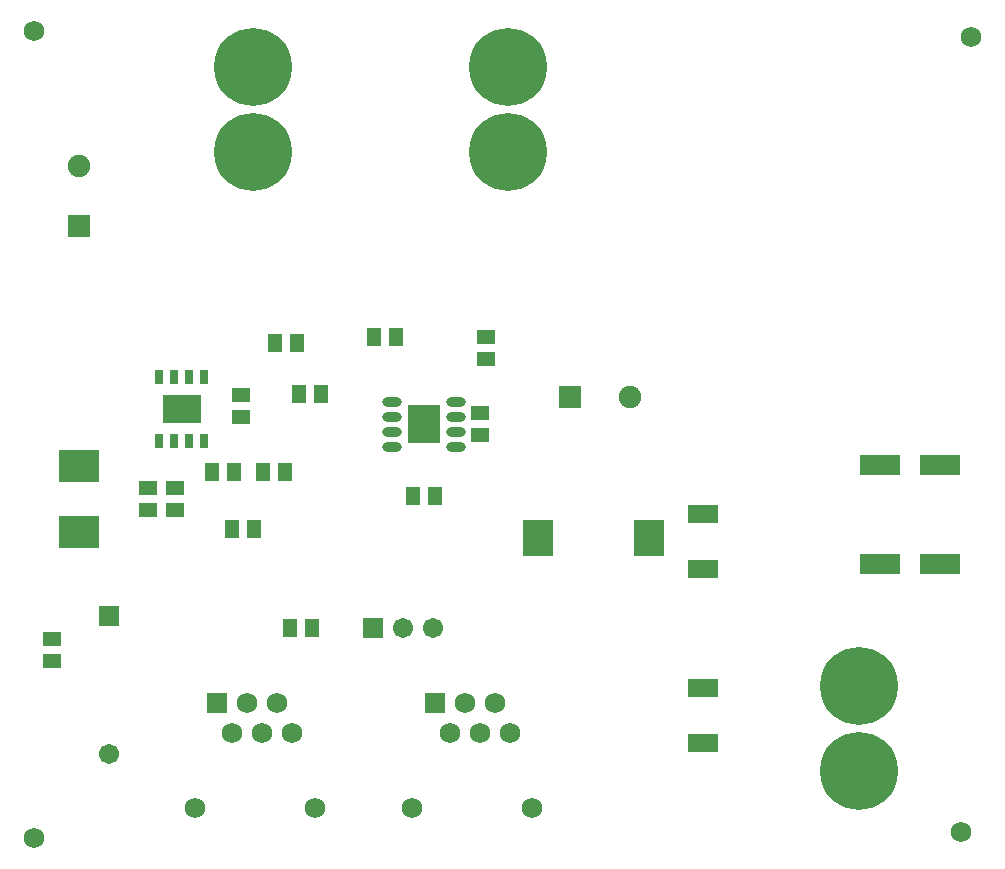
<source format=gts>
G04*
G04 #@! TF.GenerationSoftware,Altium Limited,Altium Designer,20.0.12 (288)*
G04*
G04 Layer_Color=8388736*
%FSLAX25Y25*%
%MOIN*%
G70*
G01*
G75*
%ADD27R,0.04934X0.05918*%
%ADD28R,0.05918X0.04934*%
%ADD29R,0.13595X0.10642*%
%ADD30R,0.10642X0.12611*%
%ADD31O,0.06509X0.03162*%
%ADD32R,0.02769X0.05131*%
%ADD33R,0.13005X0.09461*%
%ADD34R,0.13398X0.07099*%
%ADD35R,0.04934X0.06312*%
%ADD36R,0.06312X0.04934*%
%ADD37R,0.09855X0.12217*%
%ADD38R,0.10249X0.06312*%
%ADD39C,0.25997*%
%ADD40R,0.06706X0.06706*%
%ADD41C,0.06706*%
%ADD42C,0.06800*%
%ADD43R,0.06800X0.06800*%
%ADD44R,0.06706X0.06706*%
%ADD45R,0.07493X0.07493*%
%ADD46C,0.07493*%
%ADD47R,0.07493X0.07493*%
D27*
X191642Y104000D02*
D03*
X184358D02*
D03*
X175358Y156000D02*
D03*
X182642D02*
D03*
X165000Y137000D02*
D03*
X172283D02*
D03*
D28*
X249500Y193717D02*
D03*
Y201000D02*
D03*
X247500Y168358D02*
D03*
Y175642D02*
D03*
X137000Y150642D02*
D03*
Y143358D02*
D03*
D29*
X114000Y135953D02*
D03*
Y158000D02*
D03*
D30*
X229000Y172000D02*
D03*
D31*
X239728Y164500D02*
D03*
Y169500D02*
D03*
Y174500D02*
D03*
Y179500D02*
D03*
X218272Y164500D02*
D03*
Y169500D02*
D03*
Y174500D02*
D03*
Y179500D02*
D03*
D32*
X145461Y187756D02*
D03*
X150461D02*
D03*
X155461D02*
D03*
X140461D02*
D03*
Y166496D02*
D03*
X155461D02*
D03*
X150461D02*
D03*
X145461D02*
D03*
D33*
X148158Y177028D02*
D03*
D34*
X401079Y158500D02*
D03*
X381000D02*
D03*
X401079Y125500D02*
D03*
X381000D02*
D03*
D35*
X212358Y201000D02*
D03*
X219642D02*
D03*
X194642Y182000D02*
D03*
X187358D02*
D03*
X232642Y148000D02*
D03*
X225358D02*
D03*
X158358Y156000D02*
D03*
X165642D02*
D03*
X179358Y199000D02*
D03*
X186642D02*
D03*
D36*
X105000Y93000D02*
D03*
Y100284D02*
D03*
X146000Y150642D02*
D03*
Y143358D02*
D03*
X168000Y181642D02*
D03*
Y174358D02*
D03*
D37*
X267094Y134000D02*
D03*
X303906D02*
D03*
D38*
X322000Y123764D02*
D03*
X322020Y141874D02*
D03*
X322000Y84000D02*
D03*
X322020Y65693D02*
D03*
D39*
X257000Y262653D02*
D03*
Y291000D02*
D03*
X374000Y84847D02*
D03*
Y56500D02*
D03*
X172000Y262653D02*
D03*
Y291000D02*
D03*
D40*
X212000Y104000D02*
D03*
D41*
X222000D02*
D03*
X232000D02*
D03*
X124000Y62067D02*
D03*
D42*
X257500Y69000D02*
D03*
X247500D02*
D03*
X237500D02*
D03*
X252500Y79000D02*
D03*
X242500D02*
D03*
X265000Y44000D02*
D03*
X225000D02*
D03*
X185000Y69000D02*
D03*
X175000D02*
D03*
X165000D02*
D03*
X180000Y79000D02*
D03*
X170000D02*
D03*
X192500Y44000D02*
D03*
X152500D02*
D03*
X408000Y36000D02*
D03*
X411417Y301181D02*
D03*
X99000Y34000D02*
D03*
Y303000D02*
D03*
D43*
X232500Y79000D02*
D03*
X160000D02*
D03*
D44*
X124000Y107933D02*
D03*
D45*
X277500Y181000D02*
D03*
D46*
X297500D02*
D03*
X114000Y258000D02*
D03*
D47*
Y238000D02*
D03*
M02*

</source>
